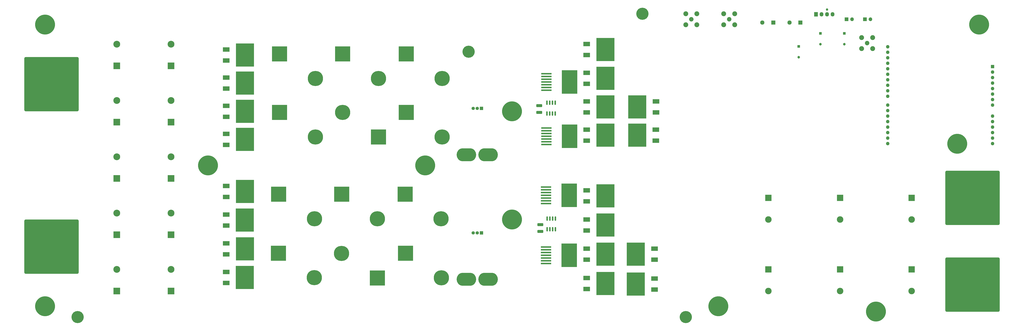
<source format=gbr>
%TF.GenerationSoftware,KiCad,Pcbnew,8.0.8-8.0.8-0~ubuntu22.04.1*%
%TF.CreationDate,2025-02-20T20:21:32-08:00*%
%TF.ProjectId,InverterBoostConverter,496e7665-7274-4657-9242-6f6f7374436f,rev?*%
%TF.SameCoordinates,Original*%
%TF.FileFunction,Soldermask,Bot*%
%TF.FilePolarity,Negative*%
%FSLAX46Y46*%
G04 Gerber Fmt 4.6, Leading zero omitted, Abs format (unit mm)*
G04 Created by KiCad (PCBNEW 8.0.8-8.0.8-0~ubuntu22.04.1) date 2025-02-20 20:21:32*
%MOMM*%
%LPD*%
G01*
G04 APERTURE LIST*
G04 Aperture macros list*
%AMRoundRect*
0 Rectangle with rounded corners*
0 $1 Rounding radius*
0 $2 $3 $4 $5 $6 $7 $8 $9 X,Y pos of 4 corners*
0 Add a 4 corners polygon primitive as box body*
4,1,4,$2,$3,$4,$5,$6,$7,$8,$9,$2,$3,0*
0 Add four circle primitives for the rounded corners*
1,1,$1+$1,$2,$3*
1,1,$1+$1,$4,$5*
1,1,$1+$1,$6,$7*
1,1,$1+$1,$8,$9*
0 Add four rect primitives between the rounded corners*
20,1,$1+$1,$2,$3,$4,$5,0*
20,1,$1+$1,$4,$5,$6,$7,0*
20,1,$1+$1,$6,$7,$8,$9,0*
20,1,$1+$1,$8,$9,$2,$3,0*%
%AMHorizOval*
0 Thick line with rounded ends*
0 $1 width*
0 $2 $3 position (X,Y) of the first rounded end (center of the circle)*
0 $4 $5 position (X,Y) of the second rounded end (center of the circle)*
0 Add line between two ends*
20,1,$1,$2,$3,$4,$5,0*
0 Add two circle primitives to create the rounded ends*
1,1,$1,$2,$3*
1,1,$1,$4,$5*%
G04 Aperture macros list end*
%ADD10R,3.150000X3.150000*%
%ADD11C,3.150000*%
%ADD12R,3.000000X3.000000*%
%ADD13C,3.000000*%
%ADD14R,1.200000X1.200000*%
%ADD15C,1.200000*%
%ADD16C,2.050000*%
%ADD17C,2.250000*%
%ADD18R,7.005000X7.005000*%
%ADD19C,7.005000*%
%ADD20C,9.200000*%
%ADD21R,1.950000X1.950000*%
%ADD22C,1.950000*%
%ADD23C,1.100000*%
%ADD24R,1.730000X2.030000*%
%ADD25O,1.730000X2.030000*%
%ADD26RoundRect,0.500000X12.000000X-12.000000X12.000000X12.000000X-12.000000X12.000000X-12.000000X-12.000000X0*%
%ADD27RoundRect,0.500000X-12.000000X-12.000000X12.000000X-12.000000X12.000000X12.000000X-12.000000X12.000000X0*%
%ADD28R,1.600000X1.600000*%
%ADD29O,1.600000X1.600000*%
%ADD30C,5.600000*%
%ADD31R,1.500000X1.500000*%
%ADD32C,1.500000*%
%ADD33HorizOval,0.800000X0.000000X0.000000X0.000000X0.000000X0*%
%ADD34HorizOval,0.800000X0.000000X0.000000X0.000000X0.000000X0*%
%ADD35C,0.800000*%
%ADD36O,9.000000X6.000000*%
%ADD37R,1.700000X1.700000*%
%ADD38O,1.700000X1.700000*%
%ADD39R,3.050000X2.030000*%
%ADD40R,8.380000X10.660000*%
%ADD41RoundRect,0.150000X0.150000X-0.825000X0.150000X0.825000X-0.150000X0.825000X-0.150000X-0.825000X0*%
%ADD42R,4.700000X0.800000*%
%ADD43R,7.100000X10.800000*%
%ADD44RoundRect,0.250000X-1.100000X0.412500X-1.100000X-0.412500X1.100000X-0.412500X1.100000X0.412500X0*%
G04 APERTURE END LIST*
D10*
%TO.C,C56*%
X68000000Y-55000000D03*
D11*
X68000000Y-45000000D03*
%TD*%
D10*
%TO.C,C54*%
X68000000Y-29000000D03*
D11*
X68000000Y-19000000D03*
%TD*%
D10*
%TO.C,C51*%
X68000000Y-81000000D03*
D11*
X68000000Y-71000000D03*
%TD*%
D10*
%TO.C,C50*%
X43000000Y-107000000D03*
D11*
X43000000Y-97000000D03*
%TD*%
D10*
%TO.C,C44*%
X68000000Y-133000000D03*
D11*
X68000000Y-123000000D03*
%TD*%
D10*
%TO.C,C53*%
X43000000Y-55000000D03*
D11*
X43000000Y-45000000D03*
%TD*%
D10*
%TO.C,C52*%
X43000000Y-81000000D03*
D11*
X43000000Y-71000000D03*
%TD*%
D10*
%TO.C,C55*%
X43000000Y-29000000D03*
D11*
X43000000Y-19000000D03*
%TD*%
D10*
%TO.C,C46*%
X68000000Y-107000000D03*
D11*
X68000000Y-97000000D03*
%TD*%
D10*
%TO.C,C45*%
X43000000Y-133000000D03*
D11*
X43000000Y-123000000D03*
%TD*%
D12*
%TO.C,C39*%
X343000000Y-123000000D03*
D13*
X343000000Y-133000000D03*
%TD*%
D12*
%TO.C,C37*%
X376000000Y-123000000D03*
D13*
X376000000Y-133000000D03*
%TD*%
D12*
%TO.C,C17*%
X409000000Y-123000000D03*
D13*
X409000000Y-133000000D03*
%TD*%
D12*
%TO.C,C14*%
X409000000Y-90000000D03*
D13*
X409000000Y-100000000D03*
%TD*%
D12*
%TO.C,C15*%
X376000000Y-90000000D03*
D13*
X376000000Y-100000000D03*
%TD*%
D12*
%TO.C,C38*%
X343000000Y-90000000D03*
D13*
X343000000Y-100000000D03*
%TD*%
D14*
%TO.C,C3*%
X357000000Y-20000000D03*
D15*
X357000000Y-25000000D03*
%TD*%
D14*
%TO.C,C2*%
X367000000Y-14000000D03*
D15*
X367000000Y-19000000D03*
%TD*%
D14*
%TO.C,C1*%
X378000000Y-14000000D03*
D15*
X378000000Y-19000000D03*
%TD*%
D16*
%TO.C,J4*%
X325000000Y-7500000D03*
D17*
X322460000Y-4960000D03*
X322460000Y-10040000D03*
X327540000Y-4960000D03*
X327540000Y-10040000D03*
%TD*%
D18*
%TO.C,L6*%
X175795000Y-88295000D03*
D19*
X192295000Y-99635000D03*
%TD*%
D16*
%TO.C,SW1*%
X388500000Y-18500000D03*
D17*
X385960000Y-15960000D03*
X385960000Y-21040000D03*
X391040000Y-15960000D03*
X391040000Y-21040000D03*
%TD*%
D18*
%TO.C,L3*%
X117500000Y-115500000D03*
D19*
X134000000Y-126840000D03*
%TD*%
D16*
%TO.C,J3*%
X307500000Y-7500000D03*
D17*
X304960000Y-4960000D03*
X304960000Y-10040000D03*
X310040000Y-4960000D03*
X310040000Y-10040000D03*
%TD*%
D20*
%TO.C,REF\u002A\u002A*%
X10000000Y-10000000D03*
%TD*%
D21*
%TO.C,J2*%
X357760000Y-9000000D03*
D22*
X352760000Y-9000000D03*
%TD*%
D23*
%TO.C,M1*%
X370040000Y-3040000D03*
D24*
X364960000Y-5200000D03*
D25*
X367500000Y-5200000D03*
X370040000Y-5200000D03*
X372580000Y-5200000D03*
%TD*%
D18*
%TO.C,L10*%
X176295000Y-50500000D03*
D19*
X192795000Y-61840000D03*
%TD*%
D18*
%TO.C,L1*%
X117545000Y-88250000D03*
D19*
X134045000Y-99590000D03*
%TD*%
D20*
%TO.C,*%
X392500000Y-142500000D03*
%TD*%
D18*
%TO.C,L4*%
X146545000Y-88295000D03*
D19*
X163045000Y-99635000D03*
%TD*%
D20*
%TO.C,*%
X225000000Y-100000000D03*
%TD*%
D26*
%TO.C,J9*%
X437000000Y-130000000D03*
%TD*%
D20*
%TO.C,*%
X440000000Y-10000000D03*
%TD*%
%TO.C,REF\u002A\u002A*%
X85000000Y-75000000D03*
%TD*%
D27*
%TO.C,J8*%
X13000000Y-37500000D03*
%TD*%
D28*
%TO.C,A1*%
X446260000Y-29325000D03*
D29*
X446260000Y-31865000D03*
X446260000Y-34405000D03*
X446260000Y-36945000D03*
X446260000Y-39485000D03*
X446260000Y-42025000D03*
X446260000Y-44565000D03*
X446260000Y-47105000D03*
X446260000Y-52185000D03*
X446260000Y-54725000D03*
X446260000Y-57265000D03*
X446260000Y-59805000D03*
X446260000Y-62345000D03*
X446260000Y-64885000D03*
X398000000Y-64885000D03*
X398000000Y-62345000D03*
X398000000Y-59805000D03*
X398000000Y-57265000D03*
X398000000Y-54725000D03*
X398000000Y-52185000D03*
X398000000Y-49645000D03*
X398000000Y-47105000D03*
X398000000Y-43045000D03*
X398000000Y-40505000D03*
X398000000Y-37965000D03*
X398000000Y-35425000D03*
X398000000Y-32885000D03*
X398000000Y-30345000D03*
X398000000Y-27805000D03*
X398000000Y-25265000D03*
X398000000Y-22725000D03*
X398000000Y-20185000D03*
%TD*%
D30*
%TO.C,*%
X305000000Y-145000000D03*
%TD*%
D27*
%TO.C,J7*%
X13000000Y-112500000D03*
%TD*%
D26*
%TO.C,J10*%
X437000000Y-90000000D03*
%TD*%
D20*
%TO.C,REF\u002A\u002A*%
X10000000Y-140000000D03*
%TD*%
D18*
%TO.C,L7*%
X176000000Y-115545000D03*
D19*
X192500000Y-126885000D03*
%TD*%
D21*
%TO.C,J1*%
X345260000Y-9000000D03*
D22*
X340260000Y-9000000D03*
%TD*%
D31*
%TO.C,U6*%
X210900000Y-106175000D03*
D32*
X208990000Y-106175000D03*
X207080000Y-106175000D03*
D33*
X207940000Y-128205000D03*
D34*
X207940000Y-126945000D03*
D35*
X207190000Y-129235000D03*
X207190000Y-125915000D03*
X205990000Y-129625000D03*
X205990000Y-125525000D03*
X204660000Y-129625000D03*
X204660000Y-125525000D03*
D36*
X203990000Y-127575000D03*
D35*
X203320000Y-129625000D03*
X203320000Y-125525000D03*
X201990000Y-129625000D03*
X201990000Y-125525000D03*
X200790000Y-129235000D03*
X200790000Y-125915000D03*
X200040000Y-128205000D03*
X200040000Y-126945000D03*
X217940000Y-128205000D03*
X217940000Y-126945000D03*
X217190000Y-129235000D03*
X217190000Y-125915000D03*
X215990000Y-129625000D03*
X215990000Y-125525000D03*
X214660000Y-129625000D03*
X214660000Y-125525000D03*
D36*
X213990000Y-127575000D03*
D35*
X213320000Y-129625000D03*
X213320000Y-125525000D03*
X211990000Y-129625000D03*
X211990000Y-125525000D03*
X210790000Y-129235000D03*
X210790000Y-125915000D03*
D34*
X210040000Y-128205000D03*
D33*
X210040000Y-126945000D03*
%TD*%
D30*
%TO.C,*%
X205000000Y-22500000D03*
%TD*%
D20*
%TO.C,*%
X185000000Y-75000000D03*
%TD*%
D18*
%TO.C,L8*%
X147000000Y-23500000D03*
D19*
X163500000Y-34840000D03*
%TD*%
D18*
%TO.C,L12*%
X118000000Y-50500000D03*
D19*
X134500000Y-61840000D03*
%TD*%
D37*
%TO.C,J6*%
X387460000Y-7500000D03*
D38*
X390000000Y-7500000D03*
%TD*%
D18*
%TO.C,L11*%
X163500000Y-61840000D03*
D19*
X147000000Y-50500000D03*
%TD*%
D20*
%TO.C,*%
X320000000Y-140000000D03*
%TD*%
%TO.C,*%
X430000000Y-65000000D03*
%TD*%
%TO.C,*%
X225000000Y-50000000D03*
%TD*%
D30*
%TO.C,*%
X285000000Y-5000000D03*
%TD*%
%TO.C,REF\u002A\u002A*%
X25000000Y-145000000D03*
%TD*%
D31*
%TO.C,U1*%
X210900000Y-48675000D03*
D32*
X208990000Y-48675000D03*
X207080000Y-48675000D03*
D33*
X207940000Y-70705000D03*
D34*
X207940000Y-69445000D03*
D35*
X207190000Y-71735000D03*
X207190000Y-68415000D03*
X205990000Y-72125000D03*
X205990000Y-68025000D03*
X204660000Y-72125000D03*
X204660000Y-68025000D03*
D36*
X203990000Y-70075000D03*
D35*
X203320000Y-72125000D03*
X203320000Y-68025000D03*
X201990000Y-72125000D03*
X201990000Y-68025000D03*
X200790000Y-71735000D03*
X200790000Y-68415000D03*
X200040000Y-70705000D03*
X200040000Y-69445000D03*
X217940000Y-70705000D03*
X217940000Y-69445000D03*
X217190000Y-71735000D03*
X217190000Y-68415000D03*
X215990000Y-72125000D03*
X215990000Y-68025000D03*
X214660000Y-72125000D03*
X214660000Y-68025000D03*
D36*
X213990000Y-70075000D03*
D35*
X213320000Y-72125000D03*
X213320000Y-68025000D03*
X211990000Y-72125000D03*
X211990000Y-68025000D03*
X210790000Y-71735000D03*
X210790000Y-68415000D03*
D34*
X210040000Y-70705000D03*
D33*
X210040000Y-69445000D03*
%TD*%
D18*
%TO.C,L2*%
X176295000Y-23500000D03*
D19*
X192795000Y-34840000D03*
%TD*%
D18*
%TO.C,L5*%
X163000000Y-126955000D03*
D19*
X146500000Y-115615000D03*
%TD*%
D37*
%TO.C,J5*%
X379000000Y-7500000D03*
D38*
X381540000Y-7500000D03*
%TD*%
D18*
%TO.C,L9*%
X118000000Y-23500000D03*
D19*
X134500000Y-34840000D03*
%TD*%
D39*
%TO.C,D12*%
X93411280Y-65540000D03*
X93411280Y-60460000D03*
D40*
X102027280Y-63000000D03*
%TD*%
D39*
%TO.C,D2*%
X93411280Y-116040000D03*
X93411280Y-110960000D03*
D40*
X102027280Y-113500000D03*
%TD*%
D39*
%TO.C,D1*%
X93384000Y-129290000D03*
X93384000Y-124210000D03*
D40*
X102000000Y-126750000D03*
%TD*%
D41*
%TO.C,U5*%
X245000000Y-104475000D03*
X243730000Y-104475000D03*
X242460000Y-104475000D03*
X241190000Y-104475000D03*
X241190000Y-99525000D03*
X242460000Y-99525000D03*
X243730000Y-99525000D03*
X245000000Y-99525000D03*
%TD*%
D42*
%TO.C,Q1*%
X240650000Y-120310000D03*
X240650000Y-119040000D03*
X240650000Y-117770000D03*
X240650000Y-116500000D03*
X240650000Y-115230000D03*
X240650000Y-113960000D03*
X240650000Y-112690000D03*
D43*
X251350000Y-116500000D03*
%TD*%
D39*
%TO.C,D17*%
X259384000Y-50500000D03*
X259384000Y-45420000D03*
D40*
X268000000Y-47960000D03*
%TD*%
D39*
%TO.C,D4*%
X93411280Y-39540000D03*
X93411280Y-34460000D03*
D40*
X102027280Y-37000000D03*
%TD*%
D39*
%TO.C,D19*%
X93411280Y-89540000D03*
X93411280Y-84460000D03*
D40*
X102027280Y-87000000D03*
%TD*%
D44*
%TO.C,C5*%
X237500000Y-47375000D03*
X237500000Y-50500000D03*
%TD*%
D39*
%TO.C,D13*%
X259352000Y-63540000D03*
X259352000Y-58460000D03*
D40*
X267968000Y-61000000D03*
%TD*%
D39*
%TO.C,D14*%
X291226000Y-58460000D03*
X291226000Y-63540000D03*
D40*
X282610000Y-61000000D03*
%TD*%
D42*
%TO.C,Q4*%
X240650000Y-92560000D03*
X240650000Y-91290000D03*
X240650000Y-90020000D03*
X240650000Y-88750000D03*
X240650000Y-87480000D03*
X240650000Y-86210000D03*
X240650000Y-84940000D03*
D43*
X251350000Y-88750000D03*
%TD*%
D44*
%TO.C,C4*%
X238000000Y-102375000D03*
X238000000Y-105500000D03*
%TD*%
D39*
%TO.C,D7*%
X259384000Y-132040000D03*
X259384000Y-126960000D03*
D40*
X268000000Y-129500000D03*
%TD*%
D39*
%TO.C,D9*%
X259384000Y-105040000D03*
X259384000Y-99960000D03*
D40*
X268000000Y-102500000D03*
%TD*%
D39*
%TO.C,D3*%
X93411280Y-26540000D03*
X93411280Y-21460000D03*
D40*
X102027280Y-24000000D03*
%TD*%
D39*
%TO.C,D16*%
X259384000Y-24040000D03*
X259384000Y-18960000D03*
D40*
X268000000Y-21500000D03*
%TD*%
D42*
%TO.C,Q2*%
X240800000Y-40310000D03*
X240800000Y-39040000D03*
X240800000Y-37770000D03*
X240800000Y-36500000D03*
X240800000Y-35230000D03*
X240800000Y-33960000D03*
X240800000Y-32690000D03*
D43*
X251500000Y-36500000D03*
%TD*%
D39*
%TO.C,D8*%
X259384000Y-91615000D03*
X259384000Y-86535000D03*
D40*
X268000000Y-89075000D03*
%TD*%
D41*
%TO.C,U4*%
X244905000Y-51000000D03*
X243635000Y-51000000D03*
X242365000Y-51000000D03*
X241095000Y-51000000D03*
X241095000Y-46050000D03*
X242365000Y-46050000D03*
X243635000Y-46050000D03*
X244905000Y-46050000D03*
%TD*%
D39*
%TO.C,D5*%
X290616000Y-127220000D03*
X290616000Y-132300000D03*
D40*
X282000000Y-129760000D03*
%TD*%
D39*
%TO.C,D18*%
X93384000Y-102790000D03*
X93384000Y-97710000D03*
D40*
X102000000Y-100250000D03*
%TD*%
D39*
%TO.C,D20*%
X259352000Y-37290000D03*
X259352000Y-32210000D03*
D40*
X267968000Y-34750000D03*
%TD*%
D39*
%TO.C,D10*%
X259384000Y-118540000D03*
X259384000Y-113460000D03*
D40*
X268000000Y-116000000D03*
%TD*%
D39*
%TO.C,D6*%
X290616000Y-113460000D03*
X290616000Y-118540000D03*
D40*
X282000000Y-116000000D03*
%TD*%
D39*
%TO.C,D11*%
X93411280Y-52540000D03*
X93411280Y-47460000D03*
D40*
X102027280Y-50000000D03*
%TD*%
D39*
%TO.C,D15*%
X291276000Y-45460000D03*
X291276000Y-50540000D03*
D40*
X282660000Y-48000000D03*
%TD*%
D42*
%TO.C,Q5*%
X240800000Y-65310000D03*
X240800000Y-64040000D03*
X240800000Y-62770000D03*
X240800000Y-61500000D03*
X240800000Y-60230000D03*
X240800000Y-58960000D03*
X240800000Y-57690000D03*
D43*
X251500000Y-61500000D03*
%TD*%
M02*

</source>
